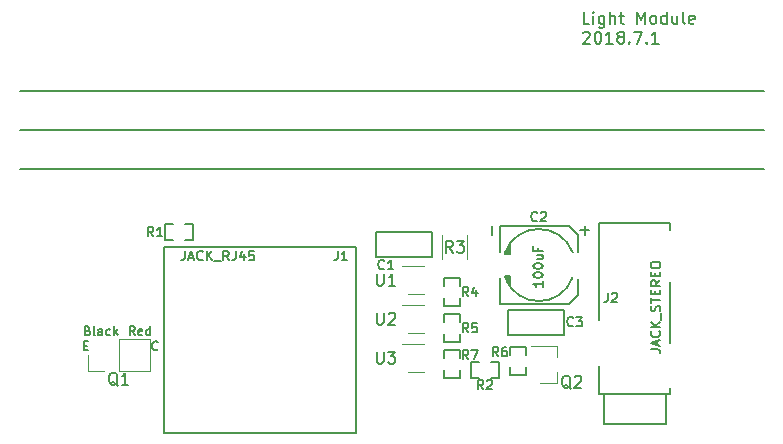
<source format=gto>
G04 #@! TF.FileFunction,Legend,Top*
%FSLAX46Y46*%
G04 Gerber Fmt 4.6, Leading zero omitted, Abs format (unit mm)*
G04 Created by KiCad (PCBNEW 4.0.7) date 06/28/18 16:26:39*
%MOMM*%
%LPD*%
G01*
G04 APERTURE LIST*
%ADD10C,0.150000*%
%ADD11C,0.200000*%
%ADD12C,0.152400*%
%ADD13C,0.120000*%
%ADD14C,0.149860*%
G04 APERTURE END LIST*
D10*
D11*
X88646000Y-34036000D02*
X25654000Y-34036000D01*
X88646000Y-27432000D02*
X25654000Y-27432000D01*
X88646000Y-30734000D02*
X25654000Y-30734000D01*
D12*
X73877714Y-21719419D02*
X73393905Y-21719419D01*
X73393905Y-20703419D01*
X74216381Y-21719419D02*
X74216381Y-21042086D01*
X74216381Y-20703419D02*
X74168000Y-20751800D01*
X74216381Y-20800181D01*
X74264762Y-20751800D01*
X74216381Y-20703419D01*
X74216381Y-20800181D01*
X75135619Y-21042086D02*
X75135619Y-21864562D01*
X75087238Y-21961324D01*
X75038857Y-22009705D01*
X74942096Y-22058086D01*
X74796953Y-22058086D01*
X74700191Y-22009705D01*
X75135619Y-21671038D02*
X75038857Y-21719419D01*
X74845334Y-21719419D01*
X74748572Y-21671038D01*
X74700191Y-21622657D01*
X74651810Y-21525895D01*
X74651810Y-21235610D01*
X74700191Y-21138848D01*
X74748572Y-21090467D01*
X74845334Y-21042086D01*
X75038857Y-21042086D01*
X75135619Y-21090467D01*
X75619429Y-21719419D02*
X75619429Y-20703419D01*
X76054857Y-21719419D02*
X76054857Y-21187229D01*
X76006476Y-21090467D01*
X75909714Y-21042086D01*
X75764572Y-21042086D01*
X75667810Y-21090467D01*
X75619429Y-21138848D01*
X76393524Y-21042086D02*
X76780572Y-21042086D01*
X76538667Y-20703419D02*
X76538667Y-21574276D01*
X76587048Y-21671038D01*
X76683810Y-21719419D01*
X76780572Y-21719419D01*
X77893333Y-21719419D02*
X77893333Y-20703419D01*
X78231999Y-21429133D01*
X78570666Y-20703419D01*
X78570666Y-21719419D01*
X79199619Y-21719419D02*
X79102857Y-21671038D01*
X79054476Y-21622657D01*
X79006095Y-21525895D01*
X79006095Y-21235610D01*
X79054476Y-21138848D01*
X79102857Y-21090467D01*
X79199619Y-21042086D01*
X79344761Y-21042086D01*
X79441523Y-21090467D01*
X79489904Y-21138848D01*
X79538285Y-21235610D01*
X79538285Y-21525895D01*
X79489904Y-21622657D01*
X79441523Y-21671038D01*
X79344761Y-21719419D01*
X79199619Y-21719419D01*
X80409142Y-21719419D02*
X80409142Y-20703419D01*
X80409142Y-21671038D02*
X80312380Y-21719419D01*
X80118857Y-21719419D01*
X80022095Y-21671038D01*
X79973714Y-21622657D01*
X79925333Y-21525895D01*
X79925333Y-21235610D01*
X79973714Y-21138848D01*
X80022095Y-21090467D01*
X80118857Y-21042086D01*
X80312380Y-21042086D01*
X80409142Y-21090467D01*
X81328380Y-21042086D02*
X81328380Y-21719419D01*
X80892952Y-21042086D02*
X80892952Y-21574276D01*
X80941333Y-21671038D01*
X81038095Y-21719419D01*
X81183237Y-21719419D01*
X81279999Y-21671038D01*
X81328380Y-21622657D01*
X81957333Y-21719419D02*
X81860571Y-21671038D01*
X81812190Y-21574276D01*
X81812190Y-20703419D01*
X82731427Y-21671038D02*
X82634665Y-21719419D01*
X82441142Y-21719419D01*
X82344380Y-21671038D01*
X82295999Y-21574276D01*
X82295999Y-21187229D01*
X82344380Y-21090467D01*
X82441142Y-21042086D01*
X82634665Y-21042086D01*
X82731427Y-21090467D01*
X82779808Y-21187229D01*
X82779808Y-21283990D01*
X82295999Y-21380752D01*
X73345524Y-22476581D02*
X73393905Y-22428200D01*
X73490667Y-22379819D01*
X73732571Y-22379819D01*
X73829333Y-22428200D01*
X73877714Y-22476581D01*
X73926095Y-22573343D01*
X73926095Y-22670105D01*
X73877714Y-22815248D01*
X73297143Y-23395819D01*
X73926095Y-23395819D01*
X74555048Y-22379819D02*
X74651809Y-22379819D01*
X74748571Y-22428200D01*
X74796952Y-22476581D01*
X74845333Y-22573343D01*
X74893714Y-22766867D01*
X74893714Y-23008771D01*
X74845333Y-23202295D01*
X74796952Y-23299057D01*
X74748571Y-23347438D01*
X74651809Y-23395819D01*
X74555048Y-23395819D01*
X74458286Y-23347438D01*
X74409905Y-23299057D01*
X74361524Y-23202295D01*
X74313143Y-23008771D01*
X74313143Y-22766867D01*
X74361524Y-22573343D01*
X74409905Y-22476581D01*
X74458286Y-22428200D01*
X74555048Y-22379819D01*
X75861333Y-23395819D02*
X75280762Y-23395819D01*
X75571048Y-23395819D02*
X75571048Y-22379819D01*
X75474286Y-22524962D01*
X75377524Y-22621724D01*
X75280762Y-22670105D01*
X76441905Y-22815248D02*
X76345143Y-22766867D01*
X76296762Y-22718486D01*
X76248381Y-22621724D01*
X76248381Y-22573343D01*
X76296762Y-22476581D01*
X76345143Y-22428200D01*
X76441905Y-22379819D01*
X76635428Y-22379819D01*
X76732190Y-22428200D01*
X76780571Y-22476581D01*
X76828952Y-22573343D01*
X76828952Y-22621724D01*
X76780571Y-22718486D01*
X76732190Y-22766867D01*
X76635428Y-22815248D01*
X76441905Y-22815248D01*
X76345143Y-22863629D01*
X76296762Y-22912010D01*
X76248381Y-23008771D01*
X76248381Y-23202295D01*
X76296762Y-23299057D01*
X76345143Y-23347438D01*
X76441905Y-23395819D01*
X76635428Y-23395819D01*
X76732190Y-23347438D01*
X76780571Y-23299057D01*
X76828952Y-23202295D01*
X76828952Y-23008771D01*
X76780571Y-22912010D01*
X76732190Y-22863629D01*
X76635428Y-22815248D01*
X77264381Y-23299057D02*
X77312762Y-23347438D01*
X77264381Y-23395819D01*
X77216000Y-23347438D01*
X77264381Y-23299057D01*
X77264381Y-23395819D01*
X77651429Y-22379819D02*
X78328762Y-22379819D01*
X77893334Y-23395819D01*
X78715810Y-23299057D02*
X78764191Y-23347438D01*
X78715810Y-23395819D01*
X78667429Y-23347438D01*
X78715810Y-23299057D01*
X78715810Y-23395819D01*
X79731810Y-23395819D02*
X79151239Y-23395819D01*
X79441525Y-23395819D02*
X79441525Y-22379819D01*
X79344763Y-22524962D01*
X79248001Y-22621724D01*
X79151239Y-22670105D01*
X31387143Y-47697571D02*
X31496000Y-47733857D01*
X31532285Y-47770143D01*
X31568571Y-47842714D01*
X31568571Y-47951571D01*
X31532285Y-48024143D01*
X31496000Y-48060429D01*
X31423428Y-48096714D01*
X31133143Y-48096714D01*
X31133143Y-47334714D01*
X31387143Y-47334714D01*
X31459714Y-47371000D01*
X31496000Y-47407286D01*
X31532285Y-47479857D01*
X31532285Y-47552429D01*
X31496000Y-47625000D01*
X31459714Y-47661286D01*
X31387143Y-47697571D01*
X31133143Y-47697571D01*
X32004000Y-48096714D02*
X31931428Y-48060429D01*
X31895143Y-47987857D01*
X31895143Y-47334714D01*
X32620857Y-48096714D02*
X32620857Y-47697571D01*
X32584571Y-47625000D01*
X32512000Y-47588714D01*
X32366857Y-47588714D01*
X32294286Y-47625000D01*
X32620857Y-48060429D02*
X32548286Y-48096714D01*
X32366857Y-48096714D01*
X32294286Y-48060429D01*
X32258000Y-47987857D01*
X32258000Y-47915286D01*
X32294286Y-47842714D01*
X32366857Y-47806429D01*
X32548286Y-47806429D01*
X32620857Y-47770143D01*
X33310286Y-48060429D02*
X33237715Y-48096714D01*
X33092572Y-48096714D01*
X33020000Y-48060429D01*
X32983715Y-48024143D01*
X32947429Y-47951571D01*
X32947429Y-47733857D01*
X32983715Y-47661286D01*
X33020000Y-47625000D01*
X33092572Y-47588714D01*
X33237715Y-47588714D01*
X33310286Y-47625000D01*
X33636858Y-48096714D02*
X33636858Y-47334714D01*
X33709429Y-47806429D02*
X33927143Y-48096714D01*
X33927143Y-47588714D02*
X33636858Y-47879000D01*
X35378571Y-48096714D02*
X35124571Y-47733857D01*
X34943143Y-48096714D02*
X34943143Y-47334714D01*
X35233428Y-47334714D01*
X35306000Y-47371000D01*
X35342285Y-47407286D01*
X35378571Y-47479857D01*
X35378571Y-47588714D01*
X35342285Y-47661286D01*
X35306000Y-47697571D01*
X35233428Y-47733857D01*
X34943143Y-47733857D01*
X35995428Y-48060429D02*
X35922857Y-48096714D01*
X35777714Y-48096714D01*
X35705143Y-48060429D01*
X35668857Y-47987857D01*
X35668857Y-47697571D01*
X35705143Y-47625000D01*
X35777714Y-47588714D01*
X35922857Y-47588714D01*
X35995428Y-47625000D01*
X36031714Y-47697571D01*
X36031714Y-47770143D01*
X35668857Y-47842714D01*
X36684857Y-48096714D02*
X36684857Y-47334714D01*
X36684857Y-48060429D02*
X36612286Y-48096714D01*
X36467143Y-48096714D01*
X36394571Y-48060429D01*
X36358286Y-48024143D01*
X36322000Y-47951571D01*
X36322000Y-47733857D01*
X36358286Y-47661286D01*
X36394571Y-47625000D01*
X36467143Y-47588714D01*
X36612286Y-47588714D01*
X36684857Y-47625000D01*
D13*
X61414000Y-41640000D02*
X61414000Y-39640000D01*
X63554000Y-39640000D02*
X63554000Y-41640000D01*
D14*
X37844000Y-56334000D02*
X37844000Y-40584000D01*
X37844000Y-40584000D02*
X54104000Y-40584000D01*
X54104000Y-40584000D02*
X54104000Y-56334000D01*
X54104000Y-56334000D02*
X37844000Y-56334000D01*
D12*
X74726800Y-53086000D02*
X74726800Y-50698400D01*
X74726800Y-46837600D02*
X74726800Y-38582600D01*
X80721200Y-39166800D02*
X80721200Y-38582600D01*
X80721200Y-48768000D02*
X80721200Y-43586400D01*
X80721200Y-53086000D02*
X80721200Y-52603400D01*
X80340200Y-53086000D02*
X80340200Y-55575200D01*
X80340200Y-55575200D02*
X75107800Y-55575200D01*
X75107800Y-55575200D02*
X75107800Y-53086000D01*
X74726800Y-38582600D02*
X80721200Y-38582600D01*
X80721200Y-53086000D02*
X74726800Y-53086000D01*
D14*
X39616380Y-40068500D02*
X40322500Y-40068500D01*
X40322500Y-40068500D02*
X40322500Y-38671500D01*
X40322500Y-38671500D02*
X39616380Y-38671500D01*
X37909500Y-40068500D02*
X38615620Y-40068500D01*
X37909500Y-40068500D02*
X37909500Y-38671500D01*
X37909500Y-38671500D02*
X38615620Y-38671500D01*
D13*
X34036000Y-51114000D02*
X36636000Y-51114000D01*
X36636000Y-51114000D02*
X36636000Y-48454000D01*
X36636000Y-48454000D02*
X34036000Y-48454000D01*
X34036000Y-48454000D02*
X34036000Y-51114000D01*
X32766000Y-51114000D02*
X31436000Y-51114000D01*
X31436000Y-51114000D02*
X31436000Y-49784000D01*
X71118000Y-52126000D02*
X71118000Y-51196000D01*
X71118000Y-48966000D02*
X71118000Y-49896000D01*
X71118000Y-48966000D02*
X68958000Y-48966000D01*
X71118000Y-52126000D02*
X69658000Y-52126000D01*
D14*
X55803800Y-39319200D02*
X55803800Y-41452800D01*
X60528200Y-41452800D02*
X55803800Y-41452800D01*
X55829200Y-39319200D02*
X60528200Y-39319200D01*
X60528200Y-39319200D02*
X60528200Y-41452800D01*
X64523620Y-50355500D02*
X63817500Y-50355500D01*
X63817500Y-50355500D02*
X63817500Y-51752500D01*
X63817500Y-51752500D02*
X64523620Y-51752500D01*
X66230500Y-50355500D02*
X65524380Y-50355500D01*
X66230500Y-50355500D02*
X66230500Y-51752500D01*
X66230500Y-51752500D02*
X65524380Y-51752500D01*
X62928500Y-43949620D02*
X62928500Y-43243500D01*
X62928500Y-43243500D02*
X61531500Y-43243500D01*
X61531500Y-43243500D02*
X61531500Y-43949620D01*
X62928500Y-45656500D02*
X62928500Y-44950380D01*
X62928500Y-45656500D02*
X61531500Y-45656500D01*
X61531500Y-45656500D02*
X61531500Y-44950380D01*
X62928500Y-46997620D02*
X62928500Y-46291500D01*
X62928500Y-46291500D02*
X61531500Y-46291500D01*
X61531500Y-46291500D02*
X61531500Y-46997620D01*
X62928500Y-48704500D02*
X62928500Y-47998380D01*
X62928500Y-48704500D02*
X61531500Y-48704500D01*
X61531500Y-48704500D02*
X61531500Y-47998380D01*
D13*
X59882000Y-42274000D02*
X57982000Y-42274000D01*
X58482000Y-44594000D02*
X59882000Y-44594000D01*
X59882000Y-45576000D02*
X57982000Y-45576000D01*
X58482000Y-47896000D02*
X59882000Y-47896000D01*
D14*
X66725800Y-41097200D02*
X66725800Y-41224200D01*
X66751200Y-43103800D02*
X66751200Y-43205400D01*
X66749118Y-43225233D02*
G75*
G03X72440800Y-43230800I2846882J1061233D01*
G01*
X72462051Y-41086104D02*
G75*
G03X66725800Y-41097200I-2866051J-1077896D01*
G01*
X66802000Y-43332400D02*
X66802000Y-43103800D01*
X66929000Y-43586400D02*
X66929000Y-43103800D01*
X67056000Y-43789600D02*
X67056000Y-43103800D01*
X67183000Y-43967400D02*
X67183000Y-43103800D01*
X67183000Y-43103800D02*
X66751200Y-43103800D01*
X67183000Y-41224200D02*
X66725800Y-41224200D01*
X66802000Y-40944800D02*
X66802000Y-41224200D01*
X66929000Y-40690800D02*
X66929000Y-41224200D01*
X67056000Y-40487600D02*
X67056000Y-41224200D01*
X67183000Y-40309800D02*
X67183000Y-41224200D01*
X66294000Y-38862000D02*
X66294000Y-41046400D01*
X66294000Y-45466000D02*
X66294000Y-43281600D01*
X72898000Y-39624000D02*
X72898000Y-41046400D01*
X72898000Y-43307000D02*
X72898000Y-44704000D01*
X65633600Y-38862000D02*
X65633600Y-39624000D01*
X66294000Y-45466000D02*
X72136000Y-45466000D01*
X72136000Y-45466000D02*
X72898000Y-44704000D01*
X72898000Y-39624000D02*
X72136000Y-38862000D01*
X72136000Y-38862000D02*
X66294000Y-38862000D01*
X73863200Y-39217600D02*
X73101200Y-39217600D01*
X73482200Y-38862000D02*
X73482200Y-39624000D01*
X71704200Y-48056800D02*
X71704200Y-45923200D01*
X66979800Y-45923200D02*
X71704200Y-45923200D01*
X71678800Y-48056800D02*
X66979800Y-48056800D01*
X66979800Y-48056800D02*
X66979800Y-45923200D01*
X68516500Y-49791620D02*
X68516500Y-49085500D01*
X68516500Y-49085500D02*
X67119500Y-49085500D01*
X67119500Y-49085500D02*
X67119500Y-49791620D01*
X68516500Y-51498500D02*
X68516500Y-50792380D01*
X68516500Y-51498500D02*
X67119500Y-51498500D01*
X67119500Y-51498500D02*
X67119500Y-50792380D01*
X62928500Y-50045620D02*
X62928500Y-49339500D01*
X62928500Y-49339500D02*
X61531500Y-49339500D01*
X61531500Y-49339500D02*
X61531500Y-50045620D01*
X62928500Y-51752500D02*
X62928500Y-51046380D01*
X62928500Y-51752500D02*
X61531500Y-51752500D01*
X61531500Y-51752500D02*
X61531500Y-51046380D01*
D13*
X59882000Y-48878000D02*
X57982000Y-48878000D01*
X58482000Y-51198000D02*
X59882000Y-51198000D01*
D10*
X62317334Y-41092381D02*
X61984000Y-40616190D01*
X61745905Y-41092381D02*
X61745905Y-40092381D01*
X62126858Y-40092381D01*
X62222096Y-40140000D01*
X62269715Y-40187619D01*
X62317334Y-40282857D01*
X62317334Y-40425714D01*
X62269715Y-40520952D01*
X62222096Y-40568571D01*
X62126858Y-40616190D01*
X61745905Y-40616190D01*
X62650667Y-40092381D02*
X63269715Y-40092381D01*
X62936381Y-40473333D01*
X63079239Y-40473333D01*
X63174477Y-40520952D01*
X63222096Y-40568571D01*
X63269715Y-40663810D01*
X63269715Y-40901905D01*
X63222096Y-40997143D01*
X63174477Y-41044762D01*
X63079239Y-41092381D01*
X62793524Y-41092381D01*
X62698286Y-41044762D01*
X62650667Y-40997143D01*
X52565334Y-40963905D02*
X52565334Y-41535333D01*
X52527238Y-41649619D01*
X52451048Y-41725810D01*
X52336762Y-41763905D01*
X52260572Y-41763905D01*
X53365334Y-41763905D02*
X52908191Y-41763905D01*
X53136762Y-41763905D02*
X53136762Y-40963905D01*
X53060572Y-41078190D01*
X52984381Y-41154381D01*
X52908191Y-41192476D01*
X39618000Y-40963905D02*
X39618000Y-41535333D01*
X39579904Y-41649619D01*
X39503714Y-41725810D01*
X39389428Y-41763905D01*
X39313238Y-41763905D01*
X39960857Y-41535333D02*
X40341809Y-41535333D01*
X39884666Y-41763905D02*
X40151333Y-40963905D01*
X40418000Y-41763905D01*
X41141809Y-41687714D02*
X41103714Y-41725810D01*
X40989428Y-41763905D01*
X40913238Y-41763905D01*
X40798952Y-41725810D01*
X40722761Y-41649619D01*
X40684666Y-41573429D01*
X40646571Y-41421048D01*
X40646571Y-41306762D01*
X40684666Y-41154381D01*
X40722761Y-41078190D01*
X40798952Y-41002000D01*
X40913238Y-40963905D01*
X40989428Y-40963905D01*
X41103714Y-41002000D01*
X41141809Y-41040095D01*
X41484666Y-41763905D02*
X41484666Y-40963905D01*
X41941809Y-41763905D02*
X41598952Y-41306762D01*
X41941809Y-40963905D02*
X41484666Y-41421048D01*
X42094190Y-41840095D02*
X42703714Y-41840095D01*
X43351333Y-41763905D02*
X43084666Y-41382952D01*
X42894190Y-41763905D02*
X42894190Y-40963905D01*
X43198952Y-40963905D01*
X43275143Y-41002000D01*
X43313238Y-41040095D01*
X43351333Y-41116286D01*
X43351333Y-41230571D01*
X43313238Y-41306762D01*
X43275143Y-41344857D01*
X43198952Y-41382952D01*
X42894190Y-41382952D01*
X43922762Y-40963905D02*
X43922762Y-41535333D01*
X43884666Y-41649619D01*
X43808476Y-41725810D01*
X43694190Y-41763905D01*
X43618000Y-41763905D01*
X44646571Y-41230571D02*
X44646571Y-41763905D01*
X44456095Y-40925810D02*
X44265619Y-41497238D01*
X44760857Y-41497238D01*
X45446572Y-40963905D02*
X45065619Y-40963905D01*
X45027524Y-41344857D01*
X45065619Y-41306762D01*
X45141810Y-41268667D01*
X45332286Y-41268667D01*
X45408476Y-41306762D01*
X45446572Y-41344857D01*
X45484667Y-41421048D01*
X45484667Y-41611524D01*
X45446572Y-41687714D01*
X45408476Y-41725810D01*
X45332286Y-41763905D01*
X45141810Y-41763905D01*
X45065619Y-41725810D01*
X45027524Y-41687714D01*
D12*
X75425334Y-44519905D02*
X75425334Y-45091333D01*
X75387238Y-45205619D01*
X75311048Y-45281810D01*
X75196762Y-45319905D01*
X75120572Y-45319905D01*
X75768191Y-44596095D02*
X75806286Y-44558000D01*
X75882477Y-44519905D01*
X76072953Y-44519905D01*
X76149143Y-44558000D01*
X76187239Y-44596095D01*
X76225334Y-44672286D01*
X76225334Y-44748476D01*
X76187239Y-44862762D01*
X75730096Y-45319905D01*
X76225334Y-45319905D01*
X79063905Y-49281905D02*
X79635333Y-49281905D01*
X79749619Y-49320001D01*
X79825810Y-49396191D01*
X79863905Y-49510477D01*
X79863905Y-49586667D01*
X79635333Y-48939048D02*
X79635333Y-48558096D01*
X79863905Y-49015239D02*
X79063905Y-48748572D01*
X79863905Y-48481905D01*
X79787714Y-47758096D02*
X79825810Y-47796191D01*
X79863905Y-47910477D01*
X79863905Y-47986667D01*
X79825810Y-48100953D01*
X79749619Y-48177144D01*
X79673429Y-48215239D01*
X79521048Y-48253334D01*
X79406762Y-48253334D01*
X79254381Y-48215239D01*
X79178190Y-48177144D01*
X79102000Y-48100953D01*
X79063905Y-47986667D01*
X79063905Y-47910477D01*
X79102000Y-47796191D01*
X79140095Y-47758096D01*
X79863905Y-47415239D02*
X79063905Y-47415239D01*
X79863905Y-46958096D02*
X79406762Y-47300953D01*
X79063905Y-46958096D02*
X79521048Y-47415239D01*
X79940095Y-46805715D02*
X79940095Y-46196191D01*
X79825810Y-46043810D02*
X79863905Y-45929524D01*
X79863905Y-45739048D01*
X79825810Y-45662858D01*
X79787714Y-45624762D01*
X79711524Y-45586667D01*
X79635333Y-45586667D01*
X79559143Y-45624762D01*
X79521048Y-45662858D01*
X79482952Y-45739048D01*
X79444857Y-45891429D01*
X79406762Y-45967620D01*
X79368667Y-46005715D01*
X79292476Y-46043810D01*
X79216286Y-46043810D01*
X79140095Y-46005715D01*
X79102000Y-45967620D01*
X79063905Y-45891429D01*
X79063905Y-45700953D01*
X79102000Y-45586667D01*
X79063905Y-45358096D02*
X79063905Y-44900953D01*
X79863905Y-45129524D02*
X79063905Y-45129524D01*
X79444857Y-44634286D02*
X79444857Y-44367619D01*
X79863905Y-44253333D02*
X79863905Y-44634286D01*
X79063905Y-44634286D01*
X79063905Y-44253333D01*
X79863905Y-43453333D02*
X79482952Y-43720000D01*
X79863905Y-43910476D02*
X79063905Y-43910476D01*
X79063905Y-43605714D01*
X79102000Y-43529523D01*
X79140095Y-43491428D01*
X79216286Y-43453333D01*
X79330571Y-43453333D01*
X79406762Y-43491428D01*
X79444857Y-43529523D01*
X79482952Y-43605714D01*
X79482952Y-43910476D01*
X79444857Y-43110476D02*
X79444857Y-42843809D01*
X79863905Y-42729523D02*
X79863905Y-43110476D01*
X79063905Y-43110476D01*
X79063905Y-42729523D01*
X79063905Y-42234285D02*
X79063905Y-42081904D01*
X79102000Y-42005713D01*
X79178190Y-41929523D01*
X79330571Y-41891428D01*
X79597238Y-41891428D01*
X79749619Y-41929523D01*
X79825810Y-42005713D01*
X79863905Y-42081904D01*
X79863905Y-42234285D01*
X79825810Y-42310475D01*
X79749619Y-42386666D01*
X79597238Y-42424761D01*
X79330571Y-42424761D01*
X79178190Y-42386666D01*
X79102000Y-42310475D01*
X79063905Y-42234285D01*
D10*
X36950667Y-39731905D02*
X36684000Y-39350952D01*
X36493524Y-39731905D02*
X36493524Y-38931905D01*
X36798286Y-38931905D01*
X36874477Y-38970000D01*
X36912572Y-39008095D01*
X36950667Y-39084286D01*
X36950667Y-39198571D01*
X36912572Y-39274762D01*
X36874477Y-39312857D01*
X36798286Y-39350952D01*
X36493524Y-39350952D01*
X37712572Y-39731905D02*
X37255429Y-39731905D01*
X37484000Y-39731905D02*
X37484000Y-38931905D01*
X37407810Y-39046190D01*
X37331619Y-39122381D01*
X37255429Y-39160476D01*
X33940762Y-52363619D02*
X33845524Y-52316000D01*
X33750286Y-52220762D01*
X33607429Y-52077905D01*
X33512190Y-52030286D01*
X33416952Y-52030286D01*
X33464571Y-52268381D02*
X33369333Y-52220762D01*
X33274095Y-52125524D01*
X33226476Y-51935048D01*
X33226476Y-51601714D01*
X33274095Y-51411238D01*
X33369333Y-51316000D01*
X33464571Y-51268381D01*
X33655048Y-51268381D01*
X33750286Y-51316000D01*
X33845524Y-51411238D01*
X33893143Y-51601714D01*
X33893143Y-51935048D01*
X33845524Y-52125524D01*
X33750286Y-52220762D01*
X33655048Y-52268381D01*
X33464571Y-52268381D01*
X34845524Y-52268381D02*
X34274095Y-52268381D01*
X34559809Y-52268381D02*
X34559809Y-51268381D01*
X34464571Y-51411238D01*
X34369333Y-51506476D01*
X34274095Y-51554095D01*
X37319857Y-49294143D02*
X37283571Y-49330429D01*
X37174714Y-49366714D01*
X37102143Y-49366714D01*
X36993286Y-49330429D01*
X36920714Y-49257857D01*
X36884429Y-49185286D01*
X36848143Y-49040143D01*
X36848143Y-48931286D01*
X36884429Y-48786143D01*
X36920714Y-48713571D01*
X36993286Y-48641000D01*
X37102143Y-48604714D01*
X37174714Y-48604714D01*
X37283571Y-48641000D01*
X37319857Y-48677286D01*
X31078715Y-48967571D02*
X31332715Y-48967571D01*
X31441572Y-49366714D02*
X31078715Y-49366714D01*
X31078715Y-48604714D01*
X31441572Y-48604714D01*
X72294762Y-52617619D02*
X72199524Y-52570000D01*
X72104286Y-52474762D01*
X71961429Y-52331905D01*
X71866190Y-52284286D01*
X71770952Y-52284286D01*
X71818571Y-52522381D02*
X71723333Y-52474762D01*
X71628095Y-52379524D01*
X71580476Y-52189048D01*
X71580476Y-51855714D01*
X71628095Y-51665238D01*
X71723333Y-51570000D01*
X71818571Y-51522381D01*
X72009048Y-51522381D01*
X72104286Y-51570000D01*
X72199524Y-51665238D01*
X72247143Y-51855714D01*
X72247143Y-52189048D01*
X72199524Y-52379524D01*
X72104286Y-52474762D01*
X72009048Y-52522381D01*
X71818571Y-52522381D01*
X72628095Y-51617619D02*
X72675714Y-51570000D01*
X72770952Y-51522381D01*
X73009048Y-51522381D01*
X73104286Y-51570000D01*
X73151905Y-51617619D01*
X73199524Y-51712857D01*
X73199524Y-51808095D01*
X73151905Y-51950952D01*
X72580476Y-52522381D01*
X73199524Y-52522381D01*
X56508667Y-42449714D02*
X56470572Y-42487810D01*
X56356286Y-42525905D01*
X56280096Y-42525905D01*
X56165810Y-42487810D01*
X56089619Y-42411619D01*
X56051524Y-42335429D01*
X56013429Y-42183048D01*
X56013429Y-42068762D01*
X56051524Y-41916381D01*
X56089619Y-41840190D01*
X56165810Y-41764000D01*
X56280096Y-41725905D01*
X56356286Y-41725905D01*
X56470572Y-41764000D01*
X56508667Y-41802095D01*
X57270572Y-42525905D02*
X56813429Y-42525905D01*
X57042000Y-42525905D02*
X57042000Y-41725905D01*
X56965810Y-41840190D01*
X56889619Y-41916381D01*
X56813429Y-41954476D01*
X64890667Y-52685905D02*
X64624000Y-52304952D01*
X64433524Y-52685905D02*
X64433524Y-51885905D01*
X64738286Y-51885905D01*
X64814477Y-51924000D01*
X64852572Y-51962095D01*
X64890667Y-52038286D01*
X64890667Y-52152571D01*
X64852572Y-52228762D01*
X64814477Y-52266857D01*
X64738286Y-52304952D01*
X64433524Y-52304952D01*
X65195429Y-51962095D02*
X65233524Y-51924000D01*
X65309715Y-51885905D01*
X65500191Y-51885905D01*
X65576381Y-51924000D01*
X65614477Y-51962095D01*
X65652572Y-52038286D01*
X65652572Y-52114476D01*
X65614477Y-52228762D01*
X65157334Y-52685905D01*
X65652572Y-52685905D01*
X63620667Y-44811905D02*
X63354000Y-44430952D01*
X63163524Y-44811905D02*
X63163524Y-44011905D01*
X63468286Y-44011905D01*
X63544477Y-44050000D01*
X63582572Y-44088095D01*
X63620667Y-44164286D01*
X63620667Y-44278571D01*
X63582572Y-44354762D01*
X63544477Y-44392857D01*
X63468286Y-44430952D01*
X63163524Y-44430952D01*
X64306381Y-44278571D02*
X64306381Y-44811905D01*
X64115905Y-43973810D02*
X63925429Y-44545238D01*
X64420667Y-44545238D01*
X63620667Y-47859905D02*
X63354000Y-47478952D01*
X63163524Y-47859905D02*
X63163524Y-47059905D01*
X63468286Y-47059905D01*
X63544477Y-47098000D01*
X63582572Y-47136095D01*
X63620667Y-47212286D01*
X63620667Y-47326571D01*
X63582572Y-47402762D01*
X63544477Y-47440857D01*
X63468286Y-47478952D01*
X63163524Y-47478952D01*
X64344477Y-47059905D02*
X63963524Y-47059905D01*
X63925429Y-47440857D01*
X63963524Y-47402762D01*
X64039715Y-47364667D01*
X64230191Y-47364667D01*
X64306381Y-47402762D01*
X64344477Y-47440857D01*
X64382572Y-47517048D01*
X64382572Y-47707524D01*
X64344477Y-47783714D01*
X64306381Y-47821810D01*
X64230191Y-47859905D01*
X64039715Y-47859905D01*
X63963524Y-47821810D01*
X63925429Y-47783714D01*
X55880095Y-42886381D02*
X55880095Y-43695905D01*
X55927714Y-43791143D01*
X55975333Y-43838762D01*
X56070571Y-43886381D01*
X56261048Y-43886381D01*
X56356286Y-43838762D01*
X56403905Y-43791143D01*
X56451524Y-43695905D01*
X56451524Y-42886381D01*
X57451524Y-43886381D02*
X56880095Y-43886381D01*
X57165809Y-43886381D02*
X57165809Y-42886381D01*
X57070571Y-43029238D01*
X56975333Y-43124476D01*
X56880095Y-43172095D01*
X55880095Y-46188381D02*
X55880095Y-46997905D01*
X55927714Y-47093143D01*
X55975333Y-47140762D01*
X56070571Y-47188381D01*
X56261048Y-47188381D01*
X56356286Y-47140762D01*
X56403905Y-47093143D01*
X56451524Y-46997905D01*
X56451524Y-46188381D01*
X56880095Y-46283619D02*
X56927714Y-46236000D01*
X57022952Y-46188381D01*
X57261048Y-46188381D01*
X57356286Y-46236000D01*
X57403905Y-46283619D01*
X57451524Y-46378857D01*
X57451524Y-46474095D01*
X57403905Y-46616952D01*
X56832476Y-47188381D01*
X57451524Y-47188381D01*
X69462667Y-38385714D02*
X69424572Y-38423810D01*
X69310286Y-38461905D01*
X69234096Y-38461905D01*
X69119810Y-38423810D01*
X69043619Y-38347619D01*
X69005524Y-38271429D01*
X68967429Y-38119048D01*
X68967429Y-38004762D01*
X69005524Y-37852381D01*
X69043619Y-37776190D01*
X69119810Y-37700000D01*
X69234096Y-37661905D01*
X69310286Y-37661905D01*
X69424572Y-37700000D01*
X69462667Y-37738095D01*
X69767429Y-37738095D02*
X69805524Y-37700000D01*
X69881715Y-37661905D01*
X70072191Y-37661905D01*
X70148381Y-37700000D01*
X70186477Y-37738095D01*
X70224572Y-37814286D01*
X70224572Y-37890476D01*
X70186477Y-38004762D01*
X69729334Y-38461905D01*
X70224572Y-38461905D01*
X69932505Y-43529095D02*
X69932505Y-43986238D01*
X69932505Y-43757667D02*
X69132505Y-43757667D01*
X69246790Y-43833857D01*
X69322981Y-43910048D01*
X69361076Y-43986238D01*
X69132505Y-43033857D02*
X69132505Y-42957666D01*
X69170600Y-42881476D01*
X69208695Y-42843381D01*
X69284886Y-42805285D01*
X69437267Y-42767190D01*
X69627743Y-42767190D01*
X69780124Y-42805285D01*
X69856314Y-42843381D01*
X69894410Y-42881476D01*
X69932505Y-42957666D01*
X69932505Y-43033857D01*
X69894410Y-43110047D01*
X69856314Y-43148143D01*
X69780124Y-43186238D01*
X69627743Y-43224333D01*
X69437267Y-43224333D01*
X69284886Y-43186238D01*
X69208695Y-43148143D01*
X69170600Y-43110047D01*
X69132505Y-43033857D01*
X69132505Y-42271952D02*
X69132505Y-42195761D01*
X69170600Y-42119571D01*
X69208695Y-42081476D01*
X69284886Y-42043380D01*
X69437267Y-42005285D01*
X69627743Y-42005285D01*
X69780124Y-42043380D01*
X69856314Y-42081476D01*
X69894410Y-42119571D01*
X69932505Y-42195761D01*
X69932505Y-42271952D01*
X69894410Y-42348142D01*
X69856314Y-42386238D01*
X69780124Y-42424333D01*
X69627743Y-42462428D01*
X69437267Y-42462428D01*
X69284886Y-42424333D01*
X69208695Y-42386238D01*
X69170600Y-42348142D01*
X69132505Y-42271952D01*
X69399171Y-41319571D02*
X69932505Y-41319571D01*
X69399171Y-41662428D02*
X69818219Y-41662428D01*
X69894410Y-41624333D01*
X69932505Y-41548142D01*
X69932505Y-41433856D01*
X69894410Y-41357666D01*
X69856314Y-41319571D01*
X69513457Y-40671951D02*
X69513457Y-40938618D01*
X69932505Y-40938618D02*
X69132505Y-40938618D01*
X69132505Y-40557665D01*
X72510667Y-47275714D02*
X72472572Y-47313810D01*
X72358286Y-47351905D01*
X72282096Y-47351905D01*
X72167810Y-47313810D01*
X72091619Y-47237619D01*
X72053524Y-47161429D01*
X72015429Y-47009048D01*
X72015429Y-46894762D01*
X72053524Y-46742381D01*
X72091619Y-46666190D01*
X72167810Y-46590000D01*
X72282096Y-46551905D01*
X72358286Y-46551905D01*
X72472572Y-46590000D01*
X72510667Y-46628095D01*
X72777334Y-46551905D02*
X73272572Y-46551905D01*
X73005905Y-46856667D01*
X73120191Y-46856667D01*
X73196381Y-46894762D01*
X73234477Y-46932857D01*
X73272572Y-47009048D01*
X73272572Y-47199524D01*
X73234477Y-47275714D01*
X73196381Y-47313810D01*
X73120191Y-47351905D01*
X72891619Y-47351905D01*
X72815429Y-47313810D01*
X72777334Y-47275714D01*
X66160667Y-49891905D02*
X65894000Y-49510952D01*
X65703524Y-49891905D02*
X65703524Y-49091905D01*
X66008286Y-49091905D01*
X66084477Y-49130000D01*
X66122572Y-49168095D01*
X66160667Y-49244286D01*
X66160667Y-49358571D01*
X66122572Y-49434762D01*
X66084477Y-49472857D01*
X66008286Y-49510952D01*
X65703524Y-49510952D01*
X66846381Y-49091905D02*
X66694000Y-49091905D01*
X66617810Y-49130000D01*
X66579715Y-49168095D01*
X66503524Y-49282381D01*
X66465429Y-49434762D01*
X66465429Y-49739524D01*
X66503524Y-49815714D01*
X66541619Y-49853810D01*
X66617810Y-49891905D01*
X66770191Y-49891905D01*
X66846381Y-49853810D01*
X66884477Y-49815714D01*
X66922572Y-49739524D01*
X66922572Y-49549048D01*
X66884477Y-49472857D01*
X66846381Y-49434762D01*
X66770191Y-49396667D01*
X66617810Y-49396667D01*
X66541619Y-49434762D01*
X66503524Y-49472857D01*
X66465429Y-49549048D01*
X63620667Y-50145905D02*
X63354000Y-49764952D01*
X63163524Y-50145905D02*
X63163524Y-49345905D01*
X63468286Y-49345905D01*
X63544477Y-49384000D01*
X63582572Y-49422095D01*
X63620667Y-49498286D01*
X63620667Y-49612571D01*
X63582572Y-49688762D01*
X63544477Y-49726857D01*
X63468286Y-49764952D01*
X63163524Y-49764952D01*
X63887334Y-49345905D02*
X64420667Y-49345905D01*
X64077810Y-50145905D01*
X55880095Y-49490381D02*
X55880095Y-50299905D01*
X55927714Y-50395143D01*
X55975333Y-50442762D01*
X56070571Y-50490381D01*
X56261048Y-50490381D01*
X56356286Y-50442762D01*
X56403905Y-50395143D01*
X56451524Y-50299905D01*
X56451524Y-49490381D01*
X56832476Y-49490381D02*
X57451524Y-49490381D01*
X57118190Y-49871333D01*
X57261048Y-49871333D01*
X57356286Y-49918952D01*
X57403905Y-49966571D01*
X57451524Y-50061810D01*
X57451524Y-50299905D01*
X57403905Y-50395143D01*
X57356286Y-50442762D01*
X57261048Y-50490381D01*
X56975333Y-50490381D01*
X56880095Y-50442762D01*
X56832476Y-50395143D01*
M02*

</source>
